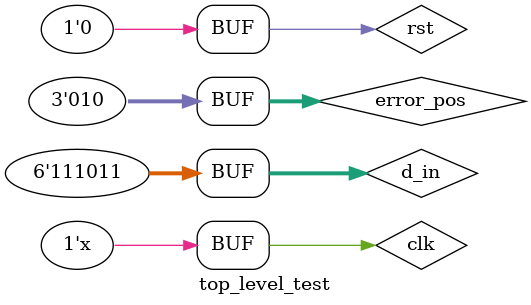
<source format=v>
`timescale 1ns / 1ps


module top_level_test;
// Testbench signals
    reg [5:0] d_in;
    reg [2:0] error_pos;
    reg clk;
    reg rst;
    wire [3:0] corrected_data0;
    wire [3:0] corrected_data1;
    wire [3:0] corrected_data2;
    wire [3:0] corrected_data3;

    // Instantiate the top_level module
    top_level top_level_inst (
        .clk(clk),
        .rst(rst),
        .d_in(d_in),
        .error_pos(error_pos),
        .corrected_data0(corrected_data0),
        .corrected_data1(corrected_data1),
        .corrected_data2(corrected_data2),
        .corrected_data3(corrected_data3)
    );
    
    initial
        begin
            clk<=1'd0;
            rst<=1'd1;
        end
    
    
    always #10 clk=~clk;
    
    // Testbench procedure
    initial begin
        // Apply test data
        // Test case 1: Port 0 with data 0000, error injected at position 2
        d_in = 6'b111011; // port 00, data 0000
        error_pos = 3'd2; // Error position
        #30 rst<=1'd0;
    end

endmodule

</source>
